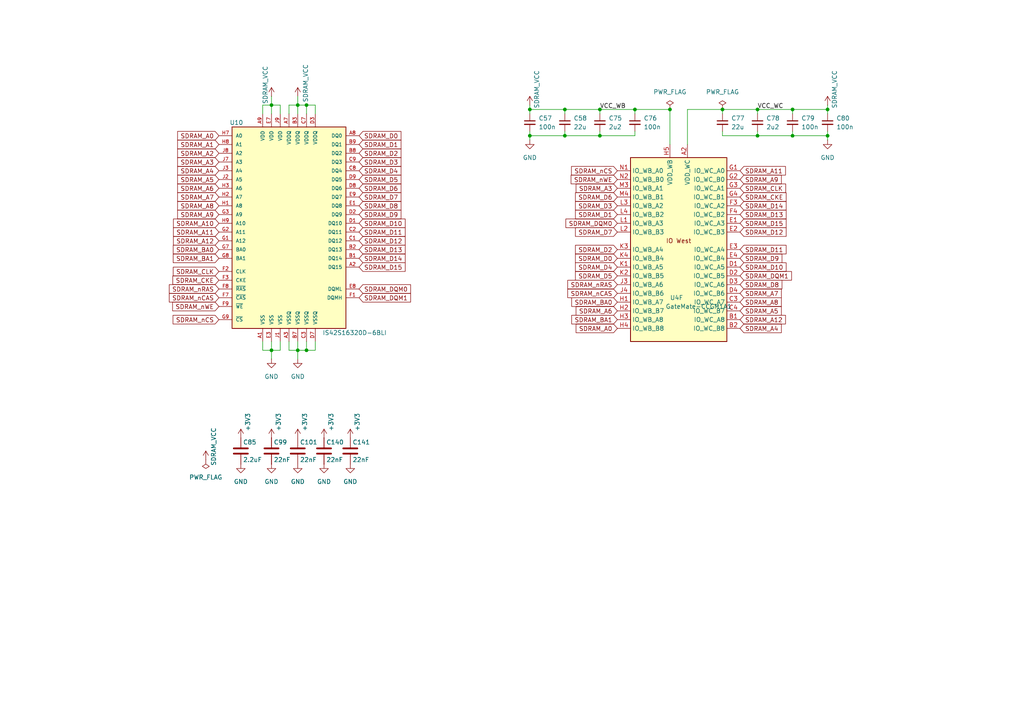
<source format=kicad_sch>
(kicad_sch (version 20250114) (generator "eeschema") (generator_version "9.0")
  (paper "A4")
  (title_block (title "${project_name}") (date "2025-06-24") (rev "${project_version}") (company "${project_creator}") (comment 1 "${project_license}"))
  (bus_alias "DDMI0" (members "DDMI0_TX0_P" "DDMI0_TX0_N" "DDMI0_TX1_P" "DDMI0_TX1_N" "DDMI0_TX2_P" "DDMI0_TX2_N" "DDMI0_CLK_P" "DDMI0_CLK_N" "DDMI0_SDA" "DDMI0_SCL"))
  (bus_alias "DDMI1" (members "DDMI1_TX0_P" "DDMI1_TX0_N" "DDMI1_TX1_P" "DDMI1_TX1_N" "DDMI1_TX2_P" "DDMI1_TX2_N" "DDMI1_CLK_P" "DDMI1_CLK_N"))
  (junction (at 229.87 39.37))
  (junction (at 184.15 31.75))
  (junction (at 173.99 31.75))
  (junction (at 240.03 31.75))
  (junction (at 153.67 31.75))
  (junction (at 153.67 39.37))
  (junction (at 173.99 39.37))
  (junction (at 88.9 101.6))
  (junction (at 219.71 39.37))
  (junction (at 163.83 31.75))
  (junction (at 78.74 30.48))
  (junction (at 240.03 39.37))
  (junction (at 88.9 30.48))
  (junction (at 219.71 31.75))
  (junction (at 194.31 31.75))
  (junction (at 86.36 30.48))
  (junction (at 86.36 101.6))
  (junction (at 229.87 31.75))
  (junction (at 78.74 101.6))
  (junction (at 209.55 31.75))
  (junction (at 163.83 39.37))
  (wire (pts (xy 229.87 31.75) (xy 240.03 31.75)))
  (wire (pts (xy 76.2 101.6) (xy 78.74 101.6)))
  (wire (pts (xy 173.99 31.75) (xy 184.15 31.75)))
  (wire (pts (xy 78.74 101.6) (xy 78.74 104.14)))
  (wire (pts (xy 163.83 38.1) (xy 163.83 39.37)))
  (wire (pts (xy 219.71 38.1) (xy 219.71 39.37)))
  (wire (pts (xy 86.36 30.48) (xy 88.9 30.48)))
  (wire (pts (xy 153.67 38.1) (xy 153.67 39.37)))
  (wire (pts (xy 88.9 30.48) (xy 91.44 30.48)))
  (wire (pts (xy 240.03 39.37) (xy 240.03 40.64)))
  (wire (pts (xy 184.15 31.75) (xy 184.15 33.02)))
  (wire (pts (xy 76.2 30.48) (xy 78.74 30.48)))
  (wire (pts (xy 240.03 38.1) (xy 240.03 39.37)))
  (wire (pts (xy 184.15 39.37) (xy 184.15 38.1)))
  (wire (pts (xy 173.99 38.1) (xy 173.99 39.37)))
  (wire (pts (xy 88.9 101.6) (xy 91.44 101.6)))
  (wire (pts (xy 78.74 27.94) (xy 78.74 30.48)))
  (wire (pts (xy 163.83 31.75) (xy 163.83 33.02)))
  (wire (pts (xy 81.28 101.6) (xy 81.28 99.06)))
  (wire (pts (xy 240.03 30.48) (xy 240.03 31.75)))
  (wire (pts (xy 240.03 31.75) (xy 240.03 33.02)))
  (wire (pts (xy 153.67 30.48) (xy 153.67 31.75)))
  (wire (pts (xy 219.71 39.37) (xy 229.87 39.37)))
  (wire (pts (xy 83.82 99.06) (xy 83.82 101.6)))
  (wire (pts (xy 219.71 31.75) (xy 219.71 33.02)))
  (wire (pts (xy 184.15 31.75) (xy 194.31 31.75)))
  (wire (pts (xy 153.67 31.75) (xy 153.67 33.02)))
  (wire (pts (xy 163.83 31.75) (xy 173.99 31.75)))
  (wire (pts (xy 173.99 39.37) (xy 184.15 39.37)))
  (wire (pts (xy 163.83 39.37) (xy 173.99 39.37)))
  (wire (pts (xy 86.36 30.48) (xy 86.36 33.02)))
  (wire (pts (xy 91.44 101.6) (xy 91.44 99.06)))
  (wire (pts (xy 86.36 101.6) (xy 88.9 101.6)))
  (wire (pts (xy 209.55 33.02) (xy 209.55 31.75)))
  (wire (pts (xy 78.74 30.48) (xy 81.28 30.48)))
  (wire (pts (xy 153.67 31.75) (xy 163.83 31.75)))
  (wire (pts (xy 91.44 30.48) (xy 91.44 33.02)))
  (wire (pts (xy 86.36 101.6) (xy 86.36 104.14)))
  (wire (pts (xy 209.55 38.1) (xy 209.55 39.37)))
  (wire (pts (xy 78.74 30.48) (xy 78.74 33.02)))
  (wire (pts (xy 173.99 31.75) (xy 173.99 33.02)))
  (wire (pts (xy 78.74 101.6) (xy 81.28 101.6)))
  (wire (pts (xy 86.36 27.94) (xy 86.36 30.48)))
  (wire (pts (xy 153.67 39.37) (xy 153.67 40.64)))
  (wire (pts (xy 88.9 99.06) (xy 88.9 101.6)))
  (wire (pts (xy 76.2 99.06) (xy 76.2 101.6)))
  (wire (pts (xy 83.82 33.02) (xy 83.82 30.48)))
  (wire (pts (xy 219.71 31.75) (xy 229.87 31.75)))
  (wire (pts (xy 83.82 30.48) (xy 86.36 30.48)))
  (wire (pts (xy 88.9 33.02) (xy 88.9 30.48)))
  (wire (pts (xy 83.82 101.6) (xy 86.36 101.6)))
  (wire (pts (xy 229.87 31.75) (xy 229.87 33.02)))
  (wire (pts (xy 86.36 99.06) (xy 86.36 101.6)))
  (wire (pts (xy 76.2 33.02) (xy 76.2 30.48)))
  (wire (pts (xy 194.31 41.91) (xy 194.31 31.75)))
  (wire (pts (xy 199.39 31.75) (xy 199.39 41.91)))
  (wire (pts (xy 229.87 38.1) (xy 229.87 39.37)))
  (wire (pts (xy 209.55 39.37) (xy 219.71 39.37)))
  (wire (pts (xy 209.55 31.75) (xy 199.39 31.75)))
  (wire (pts (xy 229.87 39.37) (xy 240.03 39.37)))
  (wire (pts (xy 153.67 39.37) (xy 163.83 39.37)))
  (wire (pts (xy 209.55 31.75) (xy 219.71 31.75)))
  (wire (pts (xy 78.74 99.06) (xy 78.74 101.6)))
  (wire (pts (xy 81.28 30.48) (xy 81.28 33.02)))
  (label "VCC_WC" (at 219.71 31.75 0))
  (label "VCC_WB" (at 173.99 31.75 0))
  (global_label "SDRAM_D5" (shape input) (at 104.14 52.07 0) (property "Intersheetrefs" "${INTERSHEET_REFS}" (effects (hide yes))))
  (global_label "SDRAM_CKE" (shape input) (at 63.5 81.28 180) (property "Intersheetrefs" "${INTERSHEET_REFS}" (effects (hide yes))))
  (global_label "SDRAM_D4" (shape input) (at 104.14 49.53 0) (property "Intersheetrefs" "${INTERSHEET_REFS}" (effects (hide yes))))
  (global_label "SDRAM_D15" (shape input) (at 214.63 64.77 0) (property "Intersheetrefs" "${INTERSHEET_REFS}" (effects (hide yes))))
  (global_label "SDRAM_BA1" (shape input) (at 63.5 74.93 180) (property "Intersheetrefs" "${INTERSHEET_REFS}" (effects (hide yes))))
  (global_label "SDRAM_D9" (shape input) (at 214.63 74.93 0) (property "Intersheetrefs" "${INTERSHEET_REFS}" (effects (hide yes))))
  (global_label "SDRAM_D12" (shape input) (at 104.14 69.85 0) (property "Intersheetrefs" "${INTERSHEET_REFS}" (effects (hide yes))))
  (global_label "SDRAM_A0" (shape input) (at 179.07 95.25 180) (property "Intersheetrefs" "${INTERSHEET_REFS}" (effects (hide yes))))
  (global_label "SDRAM_A7" (shape input) (at 214.63 85.09 0) (property "Intersheetrefs" "${INTERSHEET_REFS}" (effects (hide yes))))
  (global_label "SDRAM_A6" (shape input) (at 63.5 54.61 180) (property "Intersheetrefs" "${INTERSHEET_REFS}" (effects (hide yes))))
  (global_label "SDRAM_nWE" (shape input) (at 179.07 52.07 180) (property "Intersheetrefs" "${INTERSHEET_REFS}" (effects (hide yes))))
  (global_label "SDRAM_A9" (shape input) (at 63.5 62.23 180) (property "Intersheetrefs" "${INTERSHEET_REFS}" (effects (hide yes))))
  (global_label "SDRAM_D14" (shape input) (at 214.63 59.69 0) (property "Intersheetrefs" "${INTERSHEET_REFS}" (effects (hide yes))))
  (global_label "SDRAM_nCAS" (shape input) (at 63.5 86.36 180) (property "Intersheetrefs" "${INTERSHEET_REFS}" (effects (hide yes))))
  (global_label "SDRAM_DQM0" (shape input) (at 179.07 64.77 180) (property "Intersheetrefs" "${INTERSHEET_REFS}" (effects (hide yes))))
  (global_label "SDRAM_D5" (shape input) (at 179.07 80.01 180) (property "Intersheetrefs" "${INTERSHEET_REFS}" (effects (hide yes))))
  (global_label "SDRAM_D1" (shape input) (at 104.14 41.91 0) (property "Intersheetrefs" "${INTERSHEET_REFS}" (effects (hide yes))))
  (global_label "SDRAM_A12" (shape input) (at 214.63 92.71 0) (property "Intersheetrefs" "${INTERSHEET_REFS}" (effects (hide yes))))
  (global_label "SDRAM_A11" (shape input) (at 63.5 67.31 180) (property "Intersheetrefs" "${INTERSHEET_REFS}" (effects (hide yes))))
  (global_label "SDRAM_A6" (shape input) (at 179.07 90.17 180) (property "Intersheetrefs" "${INTERSHEET_REFS}" (effects (hide yes))))
  (global_label "SDRAM_D8" (shape input) (at 104.14 59.69 0) (property "Intersheetrefs" "${INTERSHEET_REFS}" (effects (hide yes))))
  (global_label "SDRAM_A5" (shape input) (at 63.5 52.07 180) (property "Intersheetrefs" "${INTERSHEET_REFS}" (effects (hide yes))))
  (global_label "SDRAM_D7" (shape input) (at 104.14 57.15 0) (property "Intersheetrefs" "${INTERSHEET_REFS}" (effects (hide yes))))
  (global_label "SDRAM_D11" (shape input) (at 214.63 72.39 0) (property "Intersheetrefs" "${INTERSHEET_REFS}" (effects (hide yes))))
  (global_label "SDRAM_nWE" (shape input) (at 63.5 88.9 180) (property "Intersheetrefs" "${INTERSHEET_REFS}" (effects (hide yes))))
  (global_label "SDRAM_BA0" (shape input) (at 179.07 87.63 180) (property "Intersheetrefs" "${INTERSHEET_REFS}" (effects (hide yes))))
  (global_label "SDRAM_D15" (shape input) (at 104.14 77.47 0) (property "Intersheetrefs" "${INTERSHEET_REFS}" (effects (hide yes))))
  (global_label "SDRAM_nRAS" (shape input) (at 63.5 83.82 180) (property "Intersheetrefs" "${INTERSHEET_REFS}" (effects (hide yes))))
  (global_label "SDRAM_D14" (shape input) (at 104.14 74.93 0) (property "Intersheetrefs" "${INTERSHEET_REFS}" (effects (hide yes))))
  (global_label "SDRAM_A5" (shape input) (at 214.63 90.17 0) (property "Intersheetrefs" "${INTERSHEET_REFS}" (effects (hide yes))))
  (global_label "SDRAM_A11" (shape input) (at 214.63 49.53 0) (property "Intersheetrefs" "${INTERSHEET_REFS}" (effects (hide yes))))
  (global_label "SDRAM_A0" (shape input) (at 63.5 39.37 180) (property "Intersheetrefs" "${INTERSHEET_REFS}" (effects (hide yes))))
  (global_label "SDRAM_A12" (shape input) (at 63.5 69.85 180) (property "Intersheetrefs" "${INTERSHEET_REFS}" (effects (hide yes))))
  (global_label "SDRAM_D7" (shape input) (at 179.07 67.31 180) (property "Intersheetrefs" "${INTERSHEET_REFS}" (effects (hide yes))))
  (global_label "SDRAM_D3" (shape input) (at 104.14 46.99 0) (property "Intersheetrefs" "${INTERSHEET_REFS}" (effects (hide yes))))
  (global_label "SDRAM_A1" (shape input) (at 63.5 41.91 180) (property "Intersheetrefs" "${INTERSHEET_REFS}" (effects (hide yes))))
  (global_label "SDRAM_D0" (shape input) (at 104.14 39.37 0) (property "Intersheetrefs" "${INTERSHEET_REFS}" (effects (hide yes))))
  (global_label "SDRAM_A8" (shape input) (at 214.63 87.63 0) (property "Intersheetrefs" "${INTERSHEET_REFS}" (effects (hide yes))))
  (global_label "SDRAM_A4" (shape input) (at 214.63 95.25 0) (property "Intersheetrefs" "${INTERSHEET_REFS}" (effects (hide yes))))
  (global_label "SDRAM_CKE" (shape input) (at 214.63 57.15 0) (property "Intersheetrefs" "${INTERSHEET_REFS}" (effects (hide yes))))
  (global_label "SDRAM_D10" (shape input) (at 104.14 64.77 0) (property "Intersheetrefs" "${INTERSHEET_REFS}" (effects (hide yes))))
  (global_label "SDRAM_D8" (shape input) (at 214.63 82.55 0) (property "Intersheetrefs" "${INTERSHEET_REFS}" (effects (hide yes))))
  (global_label "SDRAM_D13" (shape input) (at 104.14 72.39 0) (property "Intersheetrefs" "${INTERSHEET_REFS}" (effects (hide yes))))
  (global_label "SDRAM_A3" (shape input) (at 63.5 46.99 180) (property "Intersheetrefs" "${INTERSHEET_REFS}" (effects (hide yes))))
  (global_label "SDRAM_D2" (shape input) (at 179.07 72.39 180) (property "Intersheetrefs" "${INTERSHEET_REFS}" (effects (hide yes))))
  (global_label "SDRAM_CLK" (shape input) (at 214.63 54.61 0) (property "Intersheetrefs" "${INTERSHEET_REFS}" (effects (hide yes))))
  (global_label "SDRAM_A4" (shape input) (at 63.5 49.53 180) (property "Intersheetrefs" "${INTERSHEET_REFS}" (effects (hide yes))))
  (global_label "SDRAM_DQM0" (shape input) (at 104.14 83.82 0) (property "Intersheetrefs" "${INTERSHEET_REFS}" (effects (hide yes))))
  (global_label "SDRAM_D12" (shape input) (at 214.63 67.31 0) (property "Intersheetrefs" "${INTERSHEET_REFS}" (effects (hide yes))))
  (global_label "SDRAM_nRAS" (shape input) (at 179.07 82.55 180) (property "Intersheetrefs" "${INTERSHEET_REFS}" (effects (hide yes))))
  (global_label "SDRAM_CLK" (shape input) (at 63.5 78.74 180) (property "Intersheetrefs" "${INTERSHEET_REFS}" (effects (hide yes))))
  (global_label "SDRAM_D9" (shape input) (at 104.14 62.23 0) (property "Intersheetrefs" "${INTERSHEET_REFS}" (effects (hide yes))))
  (global_label "SDRAM_nCS" (shape input) (at 63.5 92.71 180) (property "Intersheetrefs" "${INTERSHEET_REFS}" (effects (hide yes))))
  (global_label "SDRAM_DQM1" (shape input) (at 104.14 86.36 0) (property "Intersheetrefs" "${INTERSHEET_REFS}" (effects (hide yes))))
  (global_label "SDRAM_D3" (shape input) (at 179.07 59.69 180) (property "Intersheetrefs" "${INTERSHEET_REFS}" (effects (hide yes))))
  (global_label "SDRAM_A3" (shape input) (at 179.07 54.61 180) (property "Intersheetrefs" "${INTERSHEET_REFS}" (effects (hide yes))))
  (global_label "SDRAM_D13" (shape input) (at 214.63 62.23 0) (property "Intersheetrefs" "${INTERSHEET_REFS}" (effects (hide yes))))
  (global_label "SDRAM_A10" (shape input) (at 63.5 64.77 180) (property "Intersheetrefs" "${INTERSHEET_REFS}" (effects (hide yes))))
  (global_label "SDRAM_nCAS" (shape input) (at 179.07 85.09 180) (property "Intersheetrefs" "${INTERSHEET_REFS}" (effects (hide yes))))
  (global_label "SDRAM_A2" (shape input) (at 63.5 44.45 180) (property "Intersheetrefs" "${INTERSHEET_REFS}" (effects (hide yes))))
  (global_label "SDRAM_BA0" (shape input) (at 63.5 72.39 180) (property "Intersheetrefs" "${INTERSHEET_REFS}" (effects (hide yes))))
  (global_label "SDRAM_D2" (shape input) (at 104.14 44.45 0) (property "Intersheetrefs" "${INTERSHEET_REFS}" (effects (hide yes))))
  (global_label "SDRAM_A7" (shape input) (at 63.5 57.15 180) (property "Intersheetrefs" "${INTERSHEET_REFS}" (effects (hide yes))))
  (global_label "SDRAM_D0" (shape input) (at 179.07 74.93 180) (property "Intersheetrefs" "${INTERSHEET_REFS}" (effects (hide yes))))
  (global_label "SDRAM_BA1" (shape input) (at 179.07 92.71 180) (property "Intersheetrefs" "${INTERSHEET_REFS}" (effects (hide yes))))
  (global_label "SDRAM_A8" (shape input) (at 63.5 59.69 180) (property "Intersheetrefs" "${INTERSHEET_REFS}" (effects (hide yes))))
  (global_label "SDRAM_D6" (shape input) (at 179.07 57.15 180) (property "Intersheetrefs" "${INTERSHEET_REFS}" (effects (hide yes))))
  (global_label "SDRAM_D4" (shape input) (at 179.07 77.47 180) (property "Intersheetrefs" "${INTERSHEET_REFS}" (effects (hide yes))))
  (global_label "SDRAM_DQM1" (shape input) (at 214.63 80.01 0) (property "Intersheetrefs" "${INTERSHEET_REFS}" (effects (hide yes))))
  (global_label "SDRAM_nCS" (shape input) (at 179.07 49.53 180) (property "Intersheetrefs" "${INTERSHEET_REFS}" (effects (hide yes))))
  (global_label "SDRAM_A9" (shape input) (at 214.63 52.07 0) (property "Intersheetrefs" "${INTERSHEET_REFS}" (effects (hide yes))))
  (global_label "SDRAM_D10" (shape input) (at 214.63 77.47 0) (property "Intersheetrefs" "${INTERSHEET_REFS}" (effects (hide yes))))
  (global_label "SDRAM_D1" (shape input) (at 179.07 62.23 180) (property "Intersheetrefs" "${INTERSHEET_REFS}" (effects (hide yes))))
  (global_label "SDRAM_D6" (shape input) (at 104.14 54.61 0) (property "Intersheetrefs" "${INTERSHEET_REFS}" (effects (hide yes))))
  (global_label "SDRAM_D11" (shape input) (at 104.14 67.31 0) (property "Intersheetrefs" "${INTERSHEET_REFS}" (effects (hide yes))))
  (symbol (lib_id "power:GND") (at 78.74 104.14 0) (unit 1)
    (property "Reference" "#PWR0163" (effects (hide yes)))
    (property "Value" "GND" (at 78.74 109.22 0))
    (property "Description" "Power symbol creates a global label with name \"GND\" , ground" (effects (hide yes)))
  )
  (symbol (lib_id "Device:C") (at 78.74 130.81 0) (unit 1)
    (property "Reference" "C99" (at 79.375 128.27 0) (effects (justify left)))
    (property "Value" "22nF" (at 79.375 133.35 0) (effects (justify left)))
    (property "Footprint" "Capacitor_SMD:C_0402_1005Metric" (effects (hide yes)))
    (property "MPN" "CX0603MRX7R8BB223" (effects (hide yes)))
  )
  (symbol (lib_id "power:GND") (at 86.36 134.62 0) (unit 1)
    (property "Reference" "#PWR0166" (effects (hide yes)))
    (property "Value" "GND" (at 86.36 139.7 0))
    (property "Description" "Power symbol creates a global label with name \"GND\" , ground" (effects (hide yes)))
  )
  (symbol (lib_id "power:VCC") (at 78.74 127 0) (unit 1)
    (property "Reference" "#PWR0172" (effects (hide yes)))
    (property "Value" "+3V3" (at 80.772 122.428 90))
    (property "Description" "Power symbol creates a global label with name \"VCC\"" (effects (hide yes)))
  )
  (symbol (lib_id "Device:C_Small") (at 209.55 35.56 0) (unit 1)
    (property "Reference" "C77" (at 212.09 34.2963 0) (effects (justify left)))
    (property "Value" "22u" (at 212.09 36.8363 0) (effects (justify left)))
    (property "Footprint" "Capacitor_SMD:C_0402_1005Metric" (effects (hide yes)))
  )
  (symbol (lib_id "mt48lc16m16a2tg:IS42S16320D-6BLI") (at 83.82 66.04 0) (unit 1)
    (property "Reference" "U10" (at 68.58 35.56 0))
    (property "Value" "IS42S16320D-6BLI" (at 102.87 96.52 0))
    (property "Footprint" "IS42S16320D:IS42S16320D-6BLI" (effects (hide yes)))
  )
  (symbol (lib_id "Device:C") (at 86.36 130.81 0) (unit 1)
    (property "Reference" "C101" (at 86.995 128.27 0) (effects (justify left)))
    (property "Value" "22nF" (at 86.995 133.35 0) (effects (justify left)))
    (property "Footprint" "Capacitor_SMD:C_0402_1005Metric" (effects (hide yes)))
    (property "MPN" "CX0603MRX7R8BB223" (effects (hide yes)))
  )
  (symbol (lib_id "Device:C_Small") (at 219.71 35.56 0) (unit 1)
    (property "Reference" "C78" (at 222.25 34.2963 0) (effects (justify left)))
    (property "Value" "2u2" (at 222.25 36.8363 0) (effects (justify left)))
    (property "Footprint" "Capacitor_SMD:C_0402_1005Metric" (effects (hide yes)))
  )
  (symbol (lib_id "Device:C_Small") (at 229.87 35.56 0) (unit 1)
    (property "Reference" "C79" (at 232.41 34.2963 0) (effects (justify left)))
    (property "Value" "100n" (at 232.41 36.8363 0) (effects (justify left)))
    (property "Footprint" "Capacitor_SMD:C_0402_1005Metric" (effects (hide yes)))
  )
  (symbol (lib_id "power:VCC") (at 78.74 27.94 0) (unit 1)
    (property "Reference" "#PWR0144" (effects (hide yes)))
    (property "Value" "SDRAM_VCC" (at 76.962 24.638 90))
    (property "Description" "Power symbol creates a global label with name \"VCC\"" (effects (hide yes)))
  )
  (symbol (lib_id "power:GND") (at 240.03 40.64 0) (unit 1)
    (property "Reference" "#PWR084" (effects (hide yes)))
    (property "Value" "GND" (at 240.03 45.72 0))
    (property "Description" "Power symbol creates a global label with name \"GND\" , ground" (effects (hide yes)))
  )
  (symbol (lib_id "power:GND") (at 69.85 134.62 0) (unit 1)
    (property "Reference" "#PWR0164" (effects (hide yes)))
    (property "Value" "GND" (at 69.85 139.7 0))
    (property "Description" "Power symbol creates a global label with name \"GND\" , ground" (effects (hide yes)))
  )
  (symbol (lib_id "power:VCC") (at 93.98 127 0) (unit 1)
    (property "Reference" "#PWR0174" (effects (hide yes)))
    (property "Value" "+3V3" (at 96.012 122.428 90))
    (property "Description" "Power symbol creates a global label with name \"VCC\"" (effects (hide yes)))
  )
  (symbol (lib_id "power:GND") (at 101.6 134.62 0) (unit 1)
    (property "Reference" "#PWR0167" (effects (hide yes)))
    (property "Value" "GND" (at 101.6 139.7 0))
    (property "Description" "Power symbol creates a global label with name \"GND\" , ground" (effects (hide yes)))
  )
  (symbol (lib_id "power:VCC") (at 69.85 127 0) (unit 1)
    (property "Reference" "#PWR0171" (effects (hide yes)))
    (property "Value" "+3V3" (at 71.882 122.428 90))
    (property "Description" "Power symbol creates a global label with name \"VCC\"" (effects (hide yes)))
  )
  (symbol (lib_id "power:VCC") (at 86.36 27.94 0) (unit 1)
    (property "Reference" "#PWR0145" (effects (hide yes)))
    (property "Value" "SDRAM_VCC" (at 88.646 24.13 90))
    (property "Description" "Power symbol creates a global label with name \"VCC\"" (effects (hide yes)))
  )
  (symbol (lib_id "Device:C") (at 93.98 130.81 0) (unit 1)
    (property "Reference" "C140" (at 94.615 128.27 0) (effects (justify left)))
    (property "Value" "22nF" (at 94.615 133.35 0) (effects (justify left)))
    (property "Footprint" "Capacitor_SMD:C_0402_1005Metric" (effects (hide yes)))
    (property "MPN" "CX0603MRX7R8BB223" (effects (hide yes)))
  )
  (symbol (lib_id "Device:C") (at 69.85 130.81 0) (unit 1)
    (property "Reference" "C85" (at 70.485 128.27 0) (effects (justify left)))
    (property "Value" "2.2uF" (at 70.485 133.35 0) (effects (justify left)))
    (property "Footprint" "Capacitor_SMD:C_0402_1005Metric" (effects (hide yes)))
  )
  (symbol (lib_id "power:VCC") (at 240.03 30.48 0) (unit 1)
    (property "Reference" "#PWR0147" (effects (hide yes)))
    (property "Value" "SDRAM_VCC" (at 242.062 25.908 90))
    (property "Description" "Power symbol creates a global label with name \"VCC\"" (effects (hide yes)))
  )
  (symbol (lib_id "Device:C_Small") (at 240.03 35.56 0) (unit 1)
    (property "Reference" "C80" (at 242.57 34.2963 0) (effects (justify left)))
    (property "Value" "100n" (at 242.57 36.8363 0) (effects (justify left)))
    (property "Footprint" "Capacitor_SMD:C_0402_1005Metric" (effects (hide yes)))
  )
  (symbol (lib_id "FPGA_CologneChip_GateMate:CCGM1A1") (at 196.85 72.39 0) (unit 6)
    (property "Reference" "U4" (at 194.31 86.36 0) (effects (justify left)))
    (property "Value" "GateMate-CCGM1A1" (at 193.04 88.9 0) (effects (justify left)))
    (property "Footprint" "ulx5m-gs:BGA-324_15.0x15.0mm_Layout18x18_P0.8mm_Ball0.45mm_Pad0.4mm_NSMD" (effects (hide yes)))
    (property "Datasheet" "https://colognechip.com/docs/ds1001-gatemate1-datasheet-2022-05.pdf" (effects (hide yes)))
  )
  (symbol (lib_id "Device:C_Small") (at 173.99 35.56 0) (unit 1)
    (property "Reference" "C75" (at 176.53 34.2963 0) (effects (justify left)))
    (property "Value" "2u2" (at 176.53 36.8363 0) (effects (justify left)))
    (property "Footprint" "Capacitor_SMD:C_0402_1005Metric" (effects (hide yes)))
  )
  (symbol (lib_id "Device:C_Small") (at 163.83 35.56 0) (unit 1)
    (property "Reference" "C58" (at 166.37 34.2963 0) (effects (justify left)))
    (property "Value" "22u" (at 166.37 36.8363 0) (effects (justify left)))
    (property "Footprint" "Capacitor_SMD:C_0402_1005Metric" (effects (hide yes)))
  )
  (symbol (lib_id "power:VCC") (at 153.67 30.48 0) (unit 1)
    (property "Reference" "#PWR0146" (effects (hide yes)))
    (property "Value" "SDRAM_VCC" (at 155.702 25.908 90))
    (property "Description" "Power symbol creates a global label with name \"VCC\"" (effects (hide yes)))
  )
  (symbol (lib_id "Device:C") (at 101.6 130.81 0) (unit 1)
    (property "Reference" "C141" (at 102.235 128.27 0) (effects (justify left)))
    (property "Value" "22nF" (at 102.235 133.35 0) (effects (justify left)))
    (property "Footprint" "Capacitor_SMD:C_0402_1005Metric" (effects (hide yes)))
    (property "MPN" "CX0603MRX7R8BB223" (effects (hide yes)))
  )
  (symbol (lib_id "power:PWR_FLAG") (at 194.31 31.75 0) (unit 1)
    (property "Reference" "#FLG013" (effects (hide yes)))
    (property "Value" "PWR_FLAG" (at 194.31 26.67 0))
    (property "Description" "Special symbol for telling ERC where power comes from" (effects (hide yes)))
  )
  (symbol (lib_id "power:VCC") (at 101.6 127 0) (unit 1)
    (property "Reference" "#PWR0175" (effects (hide yes)))
    (property "Value" "+3V3" (at 103.632 122.428 90))
    (property "Description" "Power symbol creates a global label with name \"VCC\"" (effects (hide yes)))
  )
  (symbol (lib_id "power:GND") (at 78.74 134.62 0) (unit 1)
    (property "Reference" "#PWR0165" (effects (hide yes)))
    (property "Value" "GND" (at 78.74 139.7 0))
    (property "Description" "Power symbol creates a global label with name \"GND\" , ground" (effects (hide yes)))
  )
  (symbol (lib_id "Device:C_Small") (at 184.15 35.56 0) (unit 1)
    (property "Reference" "C76" (at 186.69 34.2963 0) (effects (justify left)))
    (property "Value" "100n" (at 186.69 36.8363 0) (effects (justify left)))
    (property "Footprint" "Capacitor_SMD:C_0402_1005Metric" (effects (hide yes)))
  )
  (symbol (lib_id "power:PWR_FLAG") (at 209.55 31.75 0) (unit 1)
    (property "Reference" "#FLG014" (effects (hide yes)))
    (property "Value" "PWR_FLAG" (at 209.55 26.67 0))
    (property "Description" "Special symbol for telling ERC where power comes from" (effects (hide yes)))
  )
  (symbol (lib_id "power:PWR_FLAG") (at 59.69 133.35 180) (unit 1)
    (property "Reference" "#FLG012" (effects (hide yes)))
    (property "Value" "PWR_FLAG" (at 59.69 138.43 0))
    (property "Description" "Special symbol for telling ERC where power comes from" (effects (hide yes)))
  )
  (symbol (lib_id "power:GND") (at 93.98 134.62 0) (unit 1)
    (property "Reference" "#PWR0168" (effects (hide yes)))
    (property "Value" "GND" (at 93.98 139.7 0))
    (property "Description" "Power symbol creates a global label with name \"GND\" , ground" (effects (hide yes)))
  )
  (symbol (lib_id "power:VCC") (at 86.36 127 0) (unit 1)
    (property "Reference" "#PWR0173" (effects (hide yes)))
    (property "Value" "+3V3" (at 88.392 122.428 90))
    (property "Description" "Power symbol creates a global label with name \"VCC\"" (effects (hide yes)))
  )
  (symbol (lib_id "power:GND") (at 86.36 104.14 0) (unit 1)
    (property "Reference" "#PWR0162" (effects (hide yes)))
    (property "Value" "GND" (at 86.36 109.22 0))
    (property "Description" "Power symbol creates a global label with name \"GND\" , ground" (effects (hide yes)))
  )
  (symbol (lib_id "Device:C_Small") (at 153.67 35.56 0) (unit 1)
    (property "Reference" "C57" (at 156.21 34.2963 0) (effects (justify left)))
    (property "Value" "100n" (at 156.21 36.8363 0) (effects (justify left)))
    (property "Footprint" "Capacitor_SMD:C_0402_1005Metric" (effects (hide yes)))
  )
  (symbol (lib_id "power:GND") (at 153.67 40.64 0) (unit 1)
    (property "Reference" "#PWR081" (effects (hide yes)))
    (property "Value" "GND" (at 153.67 45.72 0))
    (property "Description" "Power symbol creates a global label with name \"GND\" , ground" (effects (hide yes)))
  )
  (symbol (lib_id "power:VCC") (at 59.69 133.35 0) (unit 1)
    (property "Reference" "#PWR0161" (effects (hide yes)))
    (property "Value" "SDRAM_VCC" (at 61.976 129.54 90))
    (property "Description" "Power symbol creates a global label with name \"VCC\"" (effects (hide yes)))
  )
)
</source>
